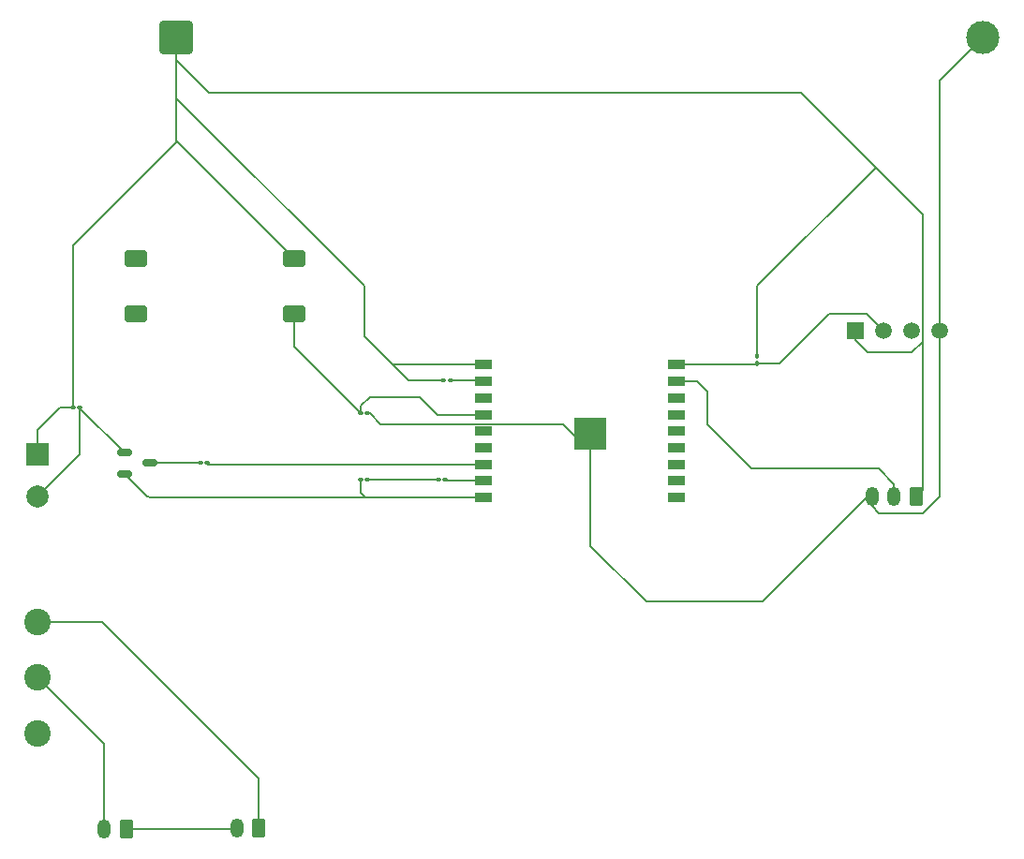
<source format=gbr>
%TF.GenerationSoftware,KiCad,Pcbnew,9.0.4*%
%TF.CreationDate,2025-10-18T23:37:39+08:00*%
%TF.ProjectId,schematics,73636865-6d61-4746-9963-732e6b696361,pre-release*%
%TF.SameCoordinates,Original*%
%TF.FileFunction,Copper,L1,Top*%
%TF.FilePolarity,Positive*%
%FSLAX46Y46*%
G04 Gerber Fmt 4.6, Leading zero omitted, Abs format (unit mm)*
G04 Created by KiCad (PCBNEW 9.0.4) date 2025-10-18 23:37:39*
%MOMM*%
%LPD*%
G01*
G04 APERTURE LIST*
G04 Aperture macros list*
%AMRoundRect*
0 Rectangle with rounded corners*
0 $1 Rounding radius*
0 $2 $3 $4 $5 $6 $7 $8 $9 X,Y pos of 4 corners*
0 Add a 4 corners polygon primitive as box body*
4,1,4,$2,$3,$4,$5,$6,$7,$8,$9,$2,$3,0*
0 Add four circle primitives for the rounded corners*
1,1,$1+$1,$2,$3*
1,1,$1+$1,$4,$5*
1,1,$1+$1,$6,$7*
1,1,$1+$1,$8,$9*
0 Add four rect primitives between the rounded corners*
20,1,$1+$1,$2,$3,$4,$5,0*
20,1,$1+$1,$4,$5,$6,$7,0*
20,1,$1+$1,$6,$7,$8,$9,0*
20,1,$1+$1,$8,$9,$2,$3,0*%
G04 Aperture macros list end*
%TA.AperFunction,SMDPad,CuDef*%
%ADD10RoundRect,0.100000X0.100000X-0.130000X0.100000X0.130000X-0.100000X0.130000X-0.100000X-0.130000X0*%
%TD*%
%TA.AperFunction,ComponentPad*%
%ADD11R,1.500000X1.500000*%
%TD*%
%TA.AperFunction,ComponentPad*%
%ADD12C,1.500000*%
%TD*%
%TA.AperFunction,ComponentPad*%
%ADD13O,1.200000X1.750000*%
%TD*%
%TA.AperFunction,ComponentPad*%
%ADD14RoundRect,0.250000X0.350000X0.625000X-0.350000X0.625000X-0.350000X-0.625000X0.350000X-0.625000X0*%
%TD*%
%TA.AperFunction,SMDPad,CuDef*%
%ADD15RoundRect,0.100000X-0.130000X-0.100000X0.130000X-0.100000X0.130000X0.100000X-0.130000X0.100000X0*%
%TD*%
%TA.AperFunction,SMDPad,CuDef*%
%ADD16RoundRect,0.250000X-0.750000X-0.500000X0.750000X-0.500000X0.750000X0.500000X-0.750000X0.500000X0*%
%TD*%
%TA.AperFunction,SMDPad,CuDef*%
%ADD17RoundRect,0.150000X-0.512500X-0.150000X0.512500X-0.150000X0.512500X0.150000X-0.512500X0.150000X0*%
%TD*%
%TA.AperFunction,SMDPad,CuDef*%
%ADD18R,1.500000X0.900000*%
%TD*%
%TA.AperFunction,HeatsinkPad*%
%ADD19C,0.600000*%
%TD*%
%TA.AperFunction,HeatsinkPad*%
%ADD20R,2.900000X2.900000*%
%TD*%
%TA.AperFunction,ComponentPad*%
%ADD21C,2.400000*%
%TD*%
%TA.AperFunction,ComponentPad*%
%ADD22R,2.000000X2.000000*%
%TD*%
%TA.AperFunction,ComponentPad*%
%ADD23C,2.000000*%
%TD*%
%TA.AperFunction,ComponentPad*%
%ADD24RoundRect,0.249999X-1.250001X-1.250001X1.250001X-1.250001X1.250001X1.250001X-1.250001X1.250001X0*%
%TD*%
%TA.AperFunction,ComponentPad*%
%ADD25C,3.000000*%
%TD*%
%TA.AperFunction,Conductor*%
%ADD26C,0.200000*%
%TD*%
G04 APERTURE END LIST*
D10*
%TO.P,REF\u002A\u002A,2*%
%TO.N,N/C*%
X147000000Y-77335000D03*
%TO.P,REF\u002A\u002A,1*%
X147000000Y-77975000D03*
%TD*%
D11*
%TO.P,REF\u002A\u002A,1*%
%TO.N,N/C*%
X155880000Y-75000000D03*
D12*
%TO.P,REF\u002A\u002A,2*%
X158420000Y-75000000D03*
%TO.P,REF\u002A\u002A,3*%
X160960000Y-75000000D03*
%TO.P,REF\u002A\u002A,4*%
X163500000Y-75000000D03*
%TD*%
D13*
%TO.P,REF\u002A\u002A,3*%
%TO.N,N/C*%
X157380000Y-90000000D03*
%TO.P,REF\u002A\u002A,2*%
X159380000Y-90000000D03*
D14*
%TO.P,REF\u002A\u002A,1*%
X161380000Y-90000000D03*
%TD*%
D15*
%TO.P,REF\u002A\u002A,1*%
%TO.N,N/C*%
X118680000Y-79500000D03*
%TO.P,REF\u002A\u002A,2*%
X119320000Y-79500000D03*
%TD*%
D13*
%TO.P,REF\u002A\u002A,2*%
%TO.N,N/C*%
X88000000Y-120050000D03*
D14*
%TO.P,REF\u002A\u002A,1*%
X90000000Y-120050000D03*
%TD*%
D13*
%TO.P,REF\u002A\u002A,2*%
%TO.N,N/C*%
X100000000Y-120000000D03*
D14*
%TO.P,REF\u002A\u002A,1*%
X102000000Y-120000000D03*
%TD*%
D15*
%TO.P,REF\u002A\u002A,1*%
%TO.N,N/C*%
X111180000Y-82500000D03*
%TO.P,REF\u002A\u002A,2*%
X111820000Y-82500000D03*
%TD*%
D16*
%TO.P,REF\u002A\u002A,1*%
%TO.N,N/C*%
X90850000Y-68500000D03*
X105150000Y-68500000D03*
%TO.P,REF\u002A\u002A,2*%
X90850000Y-73500000D03*
X105150000Y-73500000D03*
%TD*%
D15*
%TO.P,REF\u002A\u002A,1*%
%TO.N,N/C*%
X96680000Y-87000000D03*
%TO.P,REF\u002A\u002A,2*%
X97320000Y-87000000D03*
%TD*%
D17*
%TO.P,REF\u002A\u002A,1*%
%TO.N,N/C*%
X89862500Y-86050000D03*
%TO.P,REF\u002A\u002A,2*%
X89862500Y-87950000D03*
%TO.P,REF\u002A\u002A,3*%
X92137500Y-87000000D03*
%TD*%
D15*
%TO.P,REF\u002A\u002A,1*%
%TO.N,N/C*%
X85180000Y-82000000D03*
%TO.P,REF\u002A\u002A,2*%
X85820000Y-82000000D03*
%TD*%
%TO.P,REF\u002A\u002A,1*%
%TO.N,N/C*%
X118180000Y-88500000D03*
%TO.P,REF\u002A\u002A,2*%
X118820000Y-88500000D03*
%TD*%
%TO.P,REF\u002A\u002A,1*%
%TO.N,N/C*%
X111180000Y-88500000D03*
%TO.P,REF\u002A\u002A,2*%
X111820000Y-88500000D03*
%TD*%
D18*
%TO.P,REF\u002A\u002A,1*%
%TO.N,N/C*%
X122250000Y-78100000D03*
%TO.P,REF\u002A\u002A,2*%
X122250000Y-79600000D03*
%TO.P,REF\u002A\u002A,3*%
X122250000Y-81100000D03*
%TO.P,REF\u002A\u002A,4*%
X122250000Y-82600000D03*
%TO.P,REF\u002A\u002A,5*%
X122250000Y-84100000D03*
%TO.P,REF\u002A\u002A,6*%
X122250000Y-85600000D03*
%TO.P,REF\u002A\u002A,7*%
X122250000Y-87100000D03*
%TO.P,REF\u002A\u002A,8*%
X122250000Y-88600000D03*
%TO.P,REF\u002A\u002A,9*%
X122250000Y-90100000D03*
%TO.P,REF\u002A\u002A,10*%
X139750000Y-90100000D03*
%TO.P,REF\u002A\u002A,11*%
X139750000Y-88600000D03*
%TO.P,REF\u002A\u002A,12*%
X139750000Y-87100000D03*
%TO.P,REF\u002A\u002A,13*%
X139750000Y-85600000D03*
%TO.P,REF\u002A\u002A,14*%
X139750000Y-84100000D03*
%TO.P,REF\u002A\u002A,15*%
X139750000Y-82600000D03*
%TO.P,REF\u002A\u002A,16*%
X139750000Y-81100000D03*
%TO.P,REF\u002A\u002A,17*%
X139750000Y-79600000D03*
%TO.P,REF\u002A\u002A,18*%
X139750000Y-78100000D03*
D19*
%TO.P,REF\u002A\u002A,19*%
X130860000Y-83750000D03*
X130860000Y-84850000D03*
X131410000Y-83200000D03*
X131410000Y-84300000D03*
X131410000Y-85400000D03*
X131960000Y-83750000D03*
D20*
X131960000Y-84300000D03*
D19*
X131960000Y-84850000D03*
X132510000Y-83200000D03*
X132510000Y-84300000D03*
X132510000Y-85400000D03*
X133060000Y-83750000D03*
X133060000Y-84850000D03*
%TD*%
D21*
%TO.P,REF\u002A\u002A,11*%
%TO.N,N/C*%
X82000000Y-106380000D03*
%TO.P,REF\u002A\u002A,12*%
X82000000Y-101340000D03*
%TO.P,REF\u002A\u002A,14*%
X82000000Y-111420000D03*
D22*
%TO.P,REF\u002A\u002A,A1*%
X82000000Y-86220000D03*
D23*
%TO.P,REF\u002A\u002A,A2*%
X82000000Y-90000000D03*
%TD*%
D24*
%TO.P,REF\u002A\u002A,1*%
%TO.N,N/C*%
X94550000Y-48500000D03*
D25*
%TO.P,REF\u002A\u002A,2*%
X167450000Y-48500000D03*
%TD*%
D26*
%TO.N,*%
X163500000Y-75000000D02*
X163500000Y-52450000D01*
X163500000Y-52450000D02*
X167450000Y-48500000D01*
X157750000Y-60250000D02*
X162000000Y-64500000D01*
X162000000Y-64500000D02*
X162000000Y-76000000D01*
X162000000Y-76000000D02*
X162000000Y-89380000D01*
X162000000Y-89380000D02*
X161380000Y-90000000D01*
X131960000Y-84300000D02*
X131960000Y-94460000D01*
X131960000Y-94460000D02*
X137000000Y-99500000D01*
X137000000Y-99500000D02*
X147500000Y-99500000D01*
X147500000Y-99500000D02*
X157000000Y-90000000D01*
X157000000Y-90000000D02*
X157380000Y-90000000D01*
X157380000Y-90000000D02*
X157380000Y-90880000D01*
X157380000Y-90880000D02*
X158000000Y-91500000D01*
X158000000Y-91500000D02*
X162000000Y-91500000D01*
X162000000Y-91500000D02*
X163500000Y-90000000D01*
X163500000Y-90000000D02*
X163500000Y-75000000D01*
X151000000Y-53500000D02*
X157750000Y-60250000D01*
X147000000Y-71000000D02*
X157750000Y-60250000D01*
X147000000Y-77335000D02*
X147000000Y-71000000D01*
X147000000Y-77975000D02*
X149025000Y-77975000D01*
X149025000Y-77975000D02*
X153500000Y-73500000D01*
X156920000Y-73500000D02*
X158420000Y-75000000D01*
X153500000Y-73500000D02*
X156920000Y-73500000D01*
X139750000Y-78100000D02*
X146875000Y-78100000D01*
X146875000Y-78100000D02*
X147000000Y-77975000D01*
X161000000Y-77000000D02*
X157000000Y-77000000D01*
X162000000Y-76000000D02*
X161000000Y-77000000D01*
X157000000Y-77000000D02*
X155880000Y-75880000D01*
X155880000Y-75880000D02*
X155880000Y-75000000D01*
X139750000Y-79600000D02*
X141600000Y-79600000D01*
X141600000Y-79600000D02*
X142500000Y-80500000D01*
X146500000Y-87500000D02*
X158000000Y-87500000D01*
X142500000Y-80500000D02*
X142500000Y-83500000D01*
X159380000Y-88880000D02*
X159380000Y-90000000D01*
X142500000Y-83500000D02*
X146500000Y-87500000D01*
X158000000Y-87500000D02*
X159380000Y-88880000D01*
X94550000Y-50500000D02*
X94550000Y-54000000D01*
X97500000Y-53500000D02*
X151000000Y-53500000D01*
X94550000Y-50500000D02*
X94550000Y-50550000D01*
X94550000Y-50550000D02*
X97500000Y-53500000D01*
X119320000Y-79500000D02*
X122150000Y-79500000D01*
X122150000Y-79500000D02*
X122250000Y-79600000D01*
X114000000Y-78000000D02*
X114100000Y-78100000D01*
X115500000Y-79500000D02*
X118680000Y-79500000D01*
X114000000Y-78000000D02*
X115500000Y-79500000D01*
X111500000Y-71000000D02*
X111500000Y-75500000D01*
X94550000Y-54000000D02*
X94550000Y-57900000D01*
X94550000Y-54050000D02*
X111500000Y-71000000D01*
X94550000Y-54000000D02*
X94550000Y-54050000D01*
X111500000Y-75500000D02*
X114000000Y-78000000D01*
X114100000Y-78100000D02*
X122250000Y-78100000D01*
X87840000Y-101340000D02*
X102000000Y-115500000D01*
X102000000Y-115500000D02*
X102000000Y-120000000D01*
X82000000Y-101340000D02*
X87840000Y-101340000D01*
X90000000Y-120050000D02*
X99950000Y-120050000D01*
X99950000Y-120050000D02*
X100000000Y-120000000D01*
X88000000Y-120050000D02*
X88000000Y-112380000D01*
X88000000Y-112380000D02*
X82000000Y-106380000D01*
X82000000Y-90000000D02*
X85820000Y-86180000D01*
X85820000Y-86180000D02*
X85820000Y-82000000D01*
X91912500Y-90000000D02*
X92000000Y-90000000D01*
X89862500Y-87950000D02*
X91912500Y-90000000D01*
X92100000Y-90100000D02*
X122250000Y-90100000D01*
X92000000Y-90000000D02*
X92100000Y-90100000D01*
X85820000Y-82000000D02*
X85820000Y-82007500D01*
X85820000Y-82007500D02*
X89862500Y-86050000D01*
X85180000Y-82000000D02*
X84000000Y-82000000D01*
X84000000Y-82000000D02*
X82000000Y-84000000D01*
X82000000Y-84000000D02*
X82000000Y-86220000D01*
X94575000Y-57925000D02*
X105150000Y-68500000D01*
X94575000Y-57925000D02*
X85180000Y-67320000D01*
X85180000Y-67320000D02*
X85180000Y-82000000D01*
X94550000Y-57900000D02*
X94575000Y-57925000D01*
X112000000Y-81000000D02*
X116500000Y-81000000D01*
X111180000Y-82500000D02*
X111180000Y-81820000D01*
X118100000Y-82600000D02*
X122250000Y-82600000D01*
X111180000Y-81820000D02*
X112000000Y-81000000D01*
X116500000Y-81000000D02*
X118100000Y-82600000D01*
X111820000Y-82500000D02*
X112000000Y-82500000D01*
X129510000Y-83500000D02*
X130860000Y-84850000D01*
X112000000Y-82500000D02*
X113000000Y-83500000D01*
X113000000Y-83500000D02*
X129510000Y-83500000D01*
X105150000Y-73500000D02*
X105150000Y-76470000D01*
X105150000Y-76470000D02*
X111180000Y-82500000D01*
X96680000Y-87000000D02*
X92137500Y-87000000D01*
X122250000Y-87100000D02*
X97420000Y-87100000D01*
X97420000Y-87100000D02*
X97320000Y-87000000D01*
X111180000Y-88500000D02*
X111180000Y-89680000D01*
X111180000Y-89680000D02*
X111600000Y-90100000D01*
X111600000Y-90100000D02*
X122250000Y-90100000D01*
X118180000Y-88500000D02*
X111820000Y-88500000D01*
X122250000Y-88600000D02*
X118920000Y-88600000D01*
X118920000Y-88600000D02*
X118820000Y-88500000D01*
X94550000Y-48500000D02*
X94550000Y-50500000D01*
%TD*%
D11*
%TO.P,REF\u002A\u002A,1*%
%TO.N,N/C*%
X155880000Y-75000000D03*
D12*
%TO.P,REF\u002A\u002A,2*%
X158420000Y-75000000D03*
%TO.P,REF\u002A\u002A,3*%
X160960000Y-75000000D03*
%TO.P,REF\u002A\u002A,4*%
X163500000Y-75000000D03*
%TD*%
D13*
%TO.P,REF\u002A\u002A,3*%
%TO.N,N/C*%
X157380000Y-90000000D03*
%TO.P,REF\u002A\u002A,2*%
X159380000Y-90000000D03*
D14*
%TO.P,REF\u002A\u002A,1*%
X161380000Y-90000000D03*
%TD*%
D13*
%TO.P,REF\u002A\u002A,2*%
%TO.N,N/C*%
X88000000Y-120050000D03*
D14*
%TO.P,REF\u002A\u002A,1*%
X90000000Y-120050000D03*
%TD*%
D13*
%TO.P,REF\u002A\u002A,2*%
%TO.N,N/C*%
X100000000Y-120000000D03*
D14*
%TO.P,REF\u002A\u002A,1*%
X102000000Y-120000000D03*
%TD*%
D19*
%TO.P,REF\u002A\u002A,19*%
%TO.N,N/C*%
X130860000Y-83750000D03*
X130860000Y-84850000D03*
X131410000Y-83200000D03*
X131410000Y-84300000D03*
X131410000Y-85400000D03*
X131960000Y-83750000D03*
X131960000Y-84850000D03*
X132510000Y-83200000D03*
X132510000Y-84300000D03*
X132510000Y-85400000D03*
X133060000Y-83750000D03*
X133060000Y-84850000D03*
%TD*%
D21*
%TO.P,REF\u002A\u002A,11*%
%TO.N,N/C*%
X82000000Y-106380000D03*
%TO.P,REF\u002A\u002A,12*%
X82000000Y-101340000D03*
%TO.P,REF\u002A\u002A,14*%
X82000000Y-111420000D03*
D22*
%TO.P,REF\u002A\u002A,A1*%
X82000000Y-86220000D03*
D23*
%TO.P,REF\u002A\u002A,A2*%
X82000000Y-90000000D03*
%TD*%
D24*
%TO.P,REF\u002A\u002A,1*%
%TO.N,N/C*%
X94550000Y-48500000D03*
D25*
%TO.P,REF\u002A\u002A,2*%
X167450000Y-48500000D03*
%TD*%
M02*

</source>
